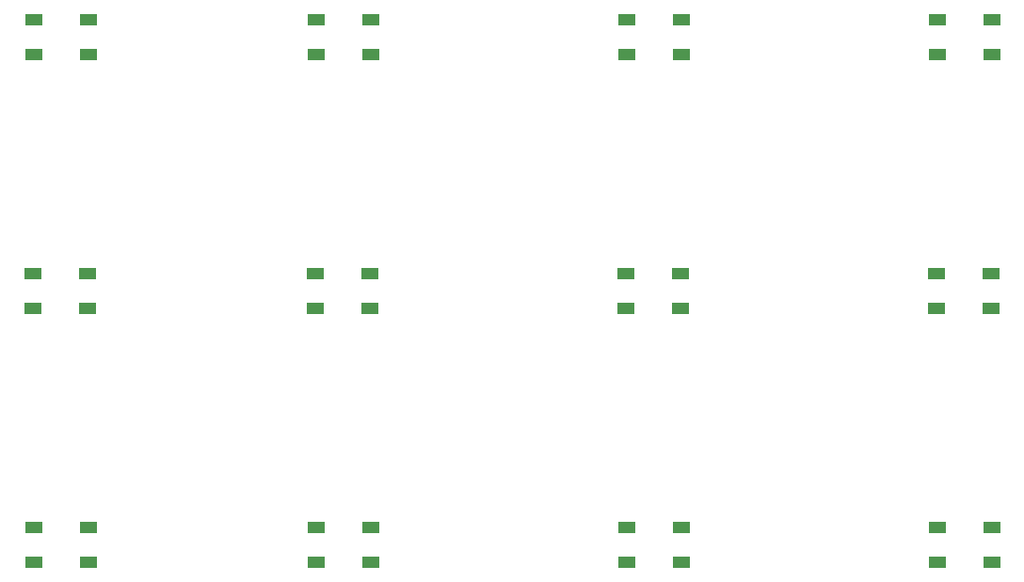
<source format=gbr>
%TF.GenerationSoftware,KiCad,Pcbnew,(6.0.0)*%
%TF.CreationDate,2022-02-08T13:18:20+01:00*%
%TF.ProjectId,hotkeyboard,686f746b-6579-4626-9f61-72642e6b6963,rev?*%
%TF.SameCoordinates,Original*%
%TF.FileFunction,Paste,Top*%
%TF.FilePolarity,Positive*%
%FSLAX46Y46*%
G04 Gerber Fmt 4.6, Leading zero omitted, Abs format (unit mm)*
G04 Created by KiCad (PCBNEW (6.0.0)) date 2022-02-08 13:18:20*
%MOMM*%
%LPD*%
G01*
G04 APERTURE LIST*
%ADD10R,1.500000X1.000000*%
G04 APERTURE END LIST*
D10*
%TO.C,D5*%
X139790000Y-77140000D03*
X139790000Y-80340000D03*
X144690000Y-80340000D03*
X144690000Y-77140000D03*
%TD*%
%TO.C,D3*%
X116840000Y-57480000D03*
X116840000Y-54280000D03*
X111940000Y-54280000D03*
X111940000Y-57480000D03*
%TD*%
%TO.C,D9*%
X63500000Y-103200000D03*
X63500000Y-100000000D03*
X58600000Y-100000000D03*
X58600000Y-103200000D03*
%TD*%
%TO.C,D1*%
X63500000Y-57480000D03*
X63500000Y-54280000D03*
X58600000Y-54280000D03*
X58600000Y-57480000D03*
%TD*%
%TO.C,D4*%
X144780000Y-57480000D03*
X144780000Y-54280000D03*
X139880000Y-54280000D03*
X139880000Y-57480000D03*
%TD*%
%TO.C,D8*%
X58510000Y-77140000D03*
X58510000Y-80340000D03*
X63410000Y-80340000D03*
X63410000Y-77140000D03*
%TD*%
%TO.C,D11*%
X116840000Y-103200000D03*
X116840000Y-100000000D03*
X111940000Y-100000000D03*
X111940000Y-103200000D03*
%TD*%
%TO.C,D2*%
X88900000Y-57480000D03*
X88900000Y-54280000D03*
X84000000Y-54280000D03*
X84000000Y-57480000D03*
%TD*%
%TO.C,D12*%
X144780000Y-103200000D03*
X144780000Y-100000000D03*
X139880000Y-100000000D03*
X139880000Y-103200000D03*
%TD*%
%TO.C,D10*%
X88900000Y-103200000D03*
X88900000Y-100000000D03*
X84000000Y-100000000D03*
X84000000Y-103200000D03*
%TD*%
%TO.C,D6*%
X111850000Y-77140000D03*
X111850000Y-80340000D03*
X116750000Y-80340000D03*
X116750000Y-77140000D03*
%TD*%
%TO.C,D7*%
X83910000Y-77140000D03*
X83910000Y-80340000D03*
X88810000Y-80340000D03*
X88810000Y-77140000D03*
%TD*%
M02*

</source>
